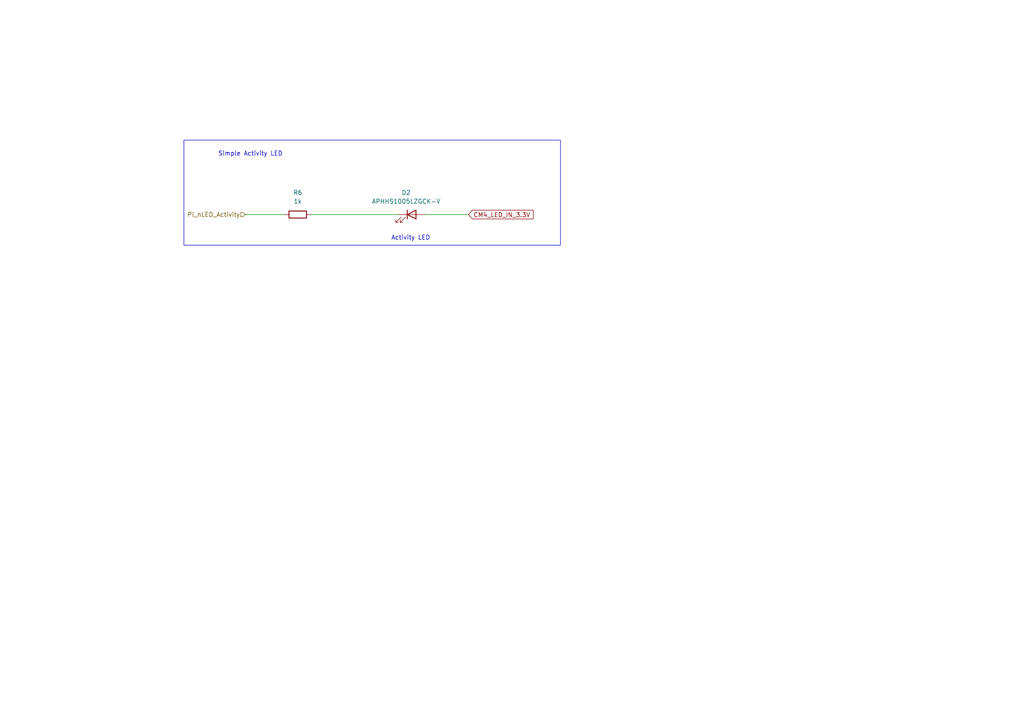
<source format=kicad_sch>
(kicad_sch (version 20250114) (generator "eeschema") (generator_version "9.0")
  (paper "A4")
  (lib_symbols
    (symbol "#dzdb:g_res/R-1k-0603" (pin_numbers hide) (pin_names (offset 0))
      (property "Reference" "R" (at 2.032 0 90))
      (property "Value" "1k" (at 0 0 90))
      (symbol "g_res/R-1k-0603_0_1"
        (rectangle (start -1.016 -2.54) (end 1.016 2.54) (stroke (width 0.254)))
      )
      (symbol "g_res/R-1k-0603_1_1"
        (pin passive line (at 0 3.81 270) (length 1.27) (name "~") (number "1"))
        (pin passive line (at 0 -3.81 90) (length 1.27) (name "~") (number "2"))
      )
    )
    (symbol "#dzdb:s_dio/D-KIN-APHHS1005LZGCK-V" (pin_numbers hide) (pin_names (offset 1.016) hide)
      (property "Reference" "D" (at 0 2.54 0))
      (property "Value" "APHHS1005LZGCK-V" (at 0 -2.54 0))
      (symbol "s_dio/D-KIN-APHHS1005LZGCK-V_0_1"
        (polyline (pts (xy -3.048 -0.762) (xy -4.572 -2.286) (xy -3.81 -2.286) (xy -4.572 -2.286) (xy -4.572 -1.524)))
        (polyline (pts (xy -1.778 -0.762) (xy -3.302 -2.286) (xy -2.54 -2.286) (xy -3.302 -2.286) (xy -3.302 -1.524)))
        (polyline (pts (xy -1.27 0) (xy 1.27 0)))
        (polyline (pts (xy -1.27 -1.27) (xy -1.27 1.27)) (stroke (width 0.254)))
        (polyline (pts (xy 1.27 -1.27) (xy 1.27 1.27) (xy -1.27 0) (xy 1.27 -1.27)) (stroke (width 0.254)))
      )
      (symbol "s_dio/D-KIN-APHHS1005LZGCK-V_1_1"
        (pin passive line (at -3.81 0 0) (length 2.54) (name "K") (number "1"))
        (pin passive line (at 3.81 0 180) (length 2.54) (name "A") (number "2"))
      )
    )
  )
  (wire (pts (xy 90.17 62.23) (xy 115.57 62.23)))
  (wire (pts (xy 71.12 62.23) (xy 82.55 62.23)))
  (wire (pts (xy 123.19 62.23) (xy 135.89 62.23)))
  (rectangle (start 53.34 40.64) (end 162.56 71.12))
  (text "Simple Activity LED" (at 72.644 44.704 0) (effects (font (size 1.27 1.27))))
  (text "Activity LED" (at 119.126 69.088 0) (effects (font (size 1.27 1.27))))
  (global_label "CM4_LED_IN_3.3V" (shape input) (at 135.89 62.23 0) (property "Intersheetrefs" "${INTERSHEET_REFS}" (effects (hide yes))))
  (hierarchical_label "PI_nLED_Activity" (shape input) (at 71.12 62.23 180))
  (symbol (lib_id "#dzdb:g_res/R-1k-0603") (at 86.36 62.23 90) (unit 1)
    (property "Reference" "R6" (at 86.36 55.88 90))
    (property "Value" "1k" (at 86.36 58.42 90))
    (property "Footprint" "Resistor_SMD:R_0603_1608Metric" (effects (hide yes)))
    (property "Datasheet" "https://www.we-online.com/components/products/datasheet/560112116014.pdf" (effects (hide yes)))
    (property "Description" "Thick Film Resistors - SMD WRIS-RSKS 1 kOhms 1 % 0.1 W 0603" (effects (hide yes)))
    (property "IPN" "R-1k-0603" (effects (hide yes)))
    (property "MPN" "560112116014" (effects (hide yes)))
    (property "Manufacturer" "Wurth Elektronik" (effects (hide yes)))
    (property "Resistance" "1k" (effects (hide yes)))
    (property "Power" "0.1 W" (effects (hide yes)))
    (property "Material" "Thick film" (effects (hide yes)))
    (property "Tolerance" "1 %" (effects (hide yes)))
    (property "Supplier" "Mouser" (effects (hide yes)))
    (property "SPN" "710-560112116014" (effects (hide yes)))
    (property "LCSC" "CXXXXX" (effects (hide yes)))
    (property "Comment" "lifecycle=Active; note=Auto-generated" (effects (hide yes)))
  )
  (symbol (lib_id "#dzdb:s_dio/D-KIN-APHHS1005LZGCK-V") (at 119.38 62.23 0) (unit 1)
    (property "Reference" "D2" (at 117.7925 55.88 0))
    (property "Value" "APHHS1005LZGCK-V" (at 117.7925 58.42 0))
    (property "Footprint" "LED_SMD:LED_0402_1005Metric" (effects (hide yes)))
    (property "Datasheet" "https://www.kingbrightusa.com/images/catalog/SPEC/APHHS1005LZGCK-V.pdf" (effects (hide yes)))
    (property "Description" "LED EMERALD GREEN 525nm 180mcd@2mA 40mcd@0.44mA 2.54V" (effects (hide yes)))
    (property "Sim.Pins" "1=K 2=A" (effects (hide yes)))
    (property "IPN" "D-KIN-APHHS1005LZGCK-V" (effects (hide yes)))
    (property "MPN" "APHHS1005LZGCK-V" (effects (hide yes)))
    (property "Manufacturer" "Kingbright" (effects (hide yes)))
    (property "Type" "LED GREEN" (effects (hide yes)))
    (property "Vf" "2.65V" (effects (hide yes)))
    (property "If" "2mA" (effects (hide yes)))
    (property "Supplier" "Mouser" (effects (hide yes)))
    (property "SPN" "604-APHHS1005LZGCK-V" (effects (hide yes)))
    (property "LCSC" "C5875752" (effects (hide yes)))
    (property "Comment" "lifecycle=Active" (effects (hide yes)))
  )
)
</source>
